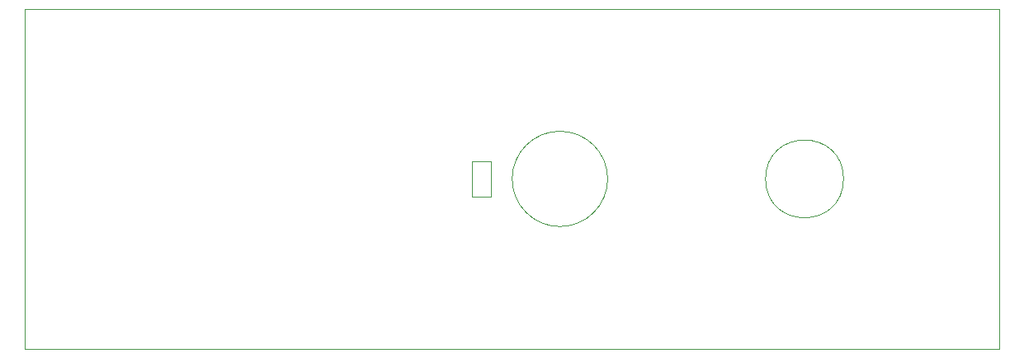
<source format=gm1>
G04 #@! TF.GenerationSoftware,KiCad,Pcbnew,(6.0.9)*
G04 #@! TF.CreationDate,2022-11-14T17:51:37+01:00*
G04 #@! TF.ProjectId,HeaterMCU,48656174-6572-44d4-9355-2e6b69636164,rev?*
G04 #@! TF.SameCoordinates,Original*
G04 #@! TF.FileFunction,Profile,NP*
%FSLAX46Y46*%
G04 Gerber Fmt 4.6, Leading zero omitted, Abs format (unit mm)*
G04 Created by KiCad (PCBNEW (6.0.9)) date 2022-11-14 17:51:37*
%MOMM*%
%LPD*%
G01*
G04 APERTURE LIST*
G04 #@! TA.AperFunction,Profile*
%ADD10C,0.100000*%
G04 #@! TD*
G04 APERTURE END LIST*
D10*
X100900000Y-60700000D02*
X102800000Y-60700000D01*
X102800000Y-60700000D02*
X102800000Y-64300000D01*
X102800000Y-64300000D02*
X100900000Y-64300000D01*
X100900000Y-64300000D02*
X100900000Y-60700000D01*
X55000000Y-80000000D02*
X155000000Y-80000000D01*
X114800000Y-62500000D02*
G75*
G03*
X114800000Y-62500000I-4900000J0D01*
G01*
X139000000Y-62500000D02*
G75*
G03*
X139000000Y-62500000I-4000000J0D01*
G01*
X55000000Y-45000000D02*
X55000000Y-80000000D01*
X155000000Y-45000000D02*
X155000000Y-80000000D01*
X55000000Y-45000000D02*
X155000000Y-45000000D01*
M02*

</source>
